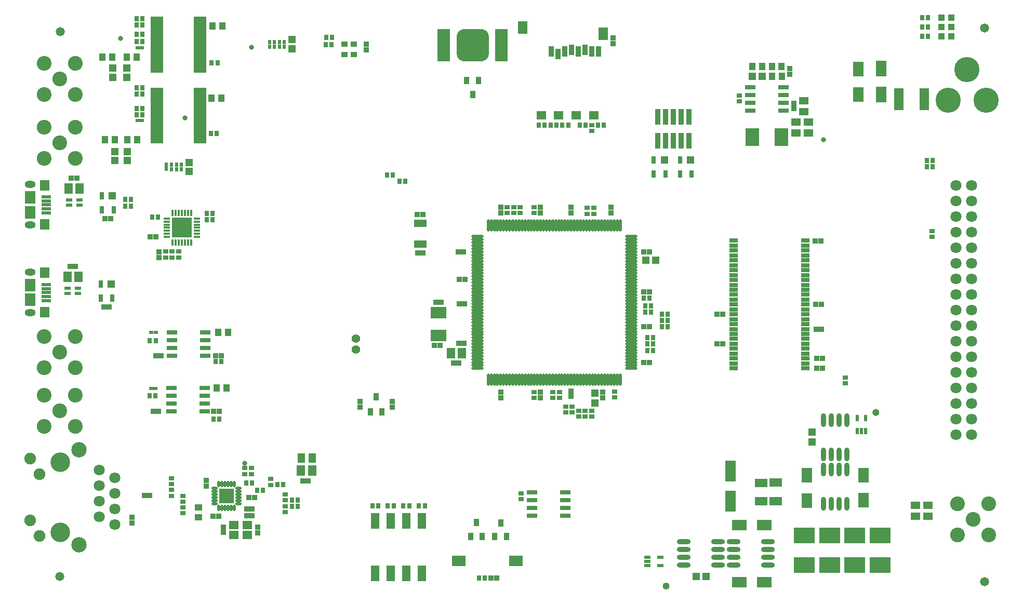
<source format=gts>
G04 Layer_Color=8388736*
%FSLAX25Y25*%
%MOIN*%
G70*
G01*
G75*
%ADD108C,0.02400*%
%ADD109R,0.03084X0.03241*%
%ADD110R,0.03241X0.03241*%
%ADD111R,0.04343X0.04737*%
%ADD112R,0.02572X0.02375*%
%ADD113R,0.04540X0.04540*%
%ADD114R,0.02375X0.02572*%
%ADD115R,0.04737X0.04737*%
%ADD116R,0.04147X0.03359*%
%ADD117R,0.03241X0.03241*%
%ADD118R,0.06312X0.04934*%
%ADD119R,0.04737X0.04540*%
%ADD120R,0.04540X0.04737*%
%ADD121R,0.03162X0.04737*%
%ADD122R,0.04737X0.04737*%
%ADD123R,0.06902X0.09461*%
%ADD124R,0.09461X0.06902*%
%ADD125R,0.05328X0.06509*%
%ADD126R,0.06902X0.03162*%
%ADD127R,0.06115X0.02375*%
%ADD128R,0.06902X0.08280*%
%ADD129R,0.06312X0.07099*%
%ADD130R,0.04343X0.02375*%
%ADD131R,0.03950X0.03950*%
%ADD132R,0.03241X0.03084*%
%ADD133O,0.03200X0.08800*%
%ADD134O,0.08800X0.03200*%
%ADD135R,0.13792X0.10446*%
%ADD136R,0.03359X0.04934*%
%ADD137C,0.05524*%
%ADD138C,0.01587*%
%ADD139R,0.07887X0.05328*%
%ADD140R,0.07887X0.20879*%
G04:AMPARAMS|DCode=141|XSize=208.79mil|YSize=208.79mil|CornerRadius=54.2mil|HoleSize=0mil|Usage=FLASHONLY|Rotation=0.000|XOffset=0mil|YOffset=0mil|HoleType=Round|Shape=RoundedRectangle|*
%AMROUNDEDRECTD141*
21,1,0.20879,0.10039,0,0,0.0*
21,1,0.10039,0.20879,0,0,0.0*
1,1,0.10839,0.05020,-0.05020*
1,1,0.10839,-0.05020,-0.05020*
1,1,0.10839,-0.05020,0.05020*
1,1,0.10839,0.05020,0.05020*
%
%ADD141ROUNDEDRECTD141*%
%ADD142R,0.04934X0.06312*%
%ADD143R,0.06902X0.09855*%
%ADD144R,0.05918X0.14383*%
%ADD145R,0.05524X0.03162*%
%ADD146R,0.03359X0.04737*%
%ADD147R,0.03556X0.06706*%
%ADD148R,0.06312X0.08280*%
%ADD149R,0.05918X0.05524*%
%ADD150R,0.08871X0.11430*%
%ADD151R,0.03792X0.10249*%
%ADD152R,0.09068X0.07099*%
%ADD153R,0.06312X0.05328*%
%ADD154R,0.10249X0.07493*%
%ADD155R,0.04737X0.04343*%
%ADD156R,0.05249X0.10406*%
%ADD157O,0.04147X0.01981*%
%ADD158O,0.01981X0.04147*%
%ADD159R,0.09658X0.09658*%
%ADD160O,0.04147X0.01587*%
%ADD161O,0.01587X0.04147*%
%ADD162R,0.13123X0.13123*%
%ADD163R,0.08280X0.05131*%
%ADD164O,0.07887X0.01981*%
%ADD165O,0.01981X0.07887*%
%ADD166R,0.02375X0.04343*%
%ADD167R,0.07099X0.13202*%
%ADD168R,0.08083X0.02572*%
%ADD169C,0.09461*%
%ADD170C,0.05800*%
%ADD171O,0.07099X0.04343*%
%ADD172C,0.12598*%
%ADD173C,0.09855*%
%ADD174C,0.07493*%
%ADD175C,0.07099*%
%ADD176C,0.16154*%
%ADD177C,0.03162*%
D108*
X1210740Y120700D02*
G03*
X1210740Y120700I-1100J0D01*
G01*
X1345340Y232100D02*
G03*
X1345340Y232100I-1100J0D01*
G01*
D109*
X873600Y440600D02*
D03*
X869899D02*
D03*
X882172Y278300D02*
D03*
X878471D02*
D03*
X882050Y242800D02*
D03*
X878350D02*
D03*
X995250Y472800D02*
D03*
X991550D02*
D03*
X995150Y468100D02*
D03*
X991450D02*
D03*
X969750Y175900D02*
D03*
X973450D02*
D03*
X969750Y171900D02*
D03*
X973450D02*
D03*
X960350Y185700D02*
D03*
X964050D02*
D03*
X947450Y182200D02*
D03*
X951150D02*
D03*
X1169750Y416400D02*
D03*
X1166050D02*
D03*
X1154450D02*
D03*
X1158150D02*
D03*
X1146850D02*
D03*
X1143150D02*
D03*
X1139200D02*
D03*
X1135499D02*
D03*
X1127850D02*
D03*
X1131550D02*
D03*
X1089517Y125721D02*
D03*
X1093217D02*
D03*
X1054850Y172100D02*
D03*
X1051150D02*
D03*
X1044850D02*
D03*
X1041150D02*
D03*
X1034850D02*
D03*
X1031150D02*
D03*
X1025050D02*
D03*
X1021350D02*
D03*
X915050Y359900D02*
D03*
X918750D02*
D03*
X1042250Y380400D02*
D03*
X1038550D02*
D03*
X1030650Y384500D02*
D03*
X1034350D02*
D03*
X1376950Y389900D02*
D03*
X1380650D02*
D03*
X1376950Y394000D02*
D03*
X1380650D02*
D03*
X1374050Y473600D02*
D03*
X1377750D02*
D03*
X1374050Y485600D02*
D03*
X1377750D02*
D03*
X1374050Y479600D02*
D03*
X1377750D02*
D03*
X918750Y355700D02*
D03*
X915050D02*
D03*
X862750Y364500D02*
D03*
X866450D02*
D03*
Y368700D02*
D03*
X862750D02*
D03*
X1207050Y287100D02*
D03*
X1210750D02*
D03*
X1207050Y291200D02*
D03*
X1210750D02*
D03*
X1207050Y295300D02*
D03*
X1210750D02*
D03*
X1197750Y272000D02*
D03*
X1201450D02*
D03*
X1196450Y296400D02*
D03*
X1200150D02*
D03*
X1197750Y276100D02*
D03*
X1201450D02*
D03*
X1196450Y300500D02*
D03*
X1200150D02*
D03*
X1197750Y280200D02*
D03*
X1201450D02*
D03*
X1195350Y305500D02*
D03*
X1199050D02*
D03*
X879950Y357400D02*
D03*
X883650D02*
D03*
X944150Y186900D02*
D03*
X940450D02*
D03*
X921850Y456600D02*
D03*
X918150D02*
D03*
X869950Y470100D02*
D03*
X873650D02*
D03*
X869950Y475000D02*
D03*
X873650D02*
D03*
X873601Y480900D02*
D03*
X869900D02*
D03*
X873650Y484834D02*
D03*
X869950D02*
D03*
X921450Y411100D02*
D03*
X917750D02*
D03*
X869999Y423100D02*
D03*
X873700D02*
D03*
X870000Y427100D02*
D03*
X873701D02*
D03*
X873700Y436500D02*
D03*
X869999D02*
D03*
X919450Y227900D02*
D03*
X923150D02*
D03*
X920650Y264800D02*
D03*
X924350D02*
D03*
D110*
X1017400Y464857D02*
D03*
Y468400D02*
D03*
X1129000Y363772D02*
D03*
Y360228D02*
D03*
X1148700Y363772D02*
D03*
Y360228D02*
D03*
X1174300Y363772D02*
D03*
Y360228D02*
D03*
X1103500Y241528D02*
D03*
Y245072D02*
D03*
X1129042Y241587D02*
D03*
Y245130D02*
D03*
X1169100Y241628D02*
D03*
Y245172D02*
D03*
X1148700Y242428D02*
D03*
Y245972D02*
D03*
X925700Y158572D02*
D03*
Y155028D02*
D03*
X947600Y154928D02*
D03*
Y158472D02*
D03*
X914500Y188543D02*
D03*
Y185000D02*
D03*
X1175700Y468928D02*
D03*
Y472472D02*
D03*
X1291500Y430572D02*
D03*
Y427028D02*
D03*
X1013400Y239172D02*
D03*
Y235628D02*
D03*
X1034000Y239072D02*
D03*
Y235528D02*
D03*
X866900Y161228D02*
D03*
Y164772D02*
D03*
X884400Y331628D02*
D03*
Y335172D02*
D03*
X1289000Y449200D02*
D03*
Y452743D02*
D03*
X1103600Y363800D02*
D03*
Y360257D02*
D03*
D111*
X928607Y283500D02*
D03*
X922308D02*
D03*
X927499Y247700D02*
D03*
X921200D02*
D03*
X855850Y407100D02*
D03*
X849550D02*
D03*
X870350D02*
D03*
X864050D02*
D03*
X854350Y460200D02*
D03*
X848050D02*
D03*
X869950Y460100D02*
D03*
X863650D02*
D03*
X1283850Y447800D02*
D03*
X1277550D02*
D03*
X1277500Y454300D02*
D03*
X1283799D02*
D03*
X1271250D02*
D03*
X1264950D02*
D03*
X918764Y480104D02*
D03*
X925063D02*
D03*
X918050Y434000D02*
D03*
X924350D02*
D03*
D112*
X882172Y283500D02*
D03*
X879416D02*
D03*
X882056Y247400D02*
D03*
X879300D02*
D03*
X873278Y419400D02*
D03*
X870522D02*
D03*
X873278Y466300D02*
D03*
X870522D02*
D03*
D113*
X864050Y399653D02*
D03*
Y393747D02*
D03*
X855850Y399653D02*
D03*
Y393747D02*
D03*
X863500Y453153D02*
D03*
Y447247D02*
D03*
X854600Y453153D02*
D03*
Y447247D02*
D03*
D114*
X955200Y469678D02*
D03*
Y466922D02*
D03*
X958400Y469678D02*
D03*
Y466922D02*
D03*
X961500Y469678D02*
D03*
Y466922D02*
D03*
X964700Y469678D02*
D03*
Y466922D02*
D03*
X888900Y391100D02*
D03*
Y388344D02*
D03*
X892200Y391078D02*
D03*
Y388322D02*
D03*
X895500Y391078D02*
D03*
Y388322D02*
D03*
X898800Y391078D02*
D03*
Y388322D02*
D03*
D115*
X969500Y465447D02*
D03*
Y471353D02*
D03*
X903600Y386747D02*
D03*
Y392653D02*
D03*
D116*
X1009302Y461904D02*
D03*
Y468400D02*
D03*
X1003200D02*
D03*
Y461904D02*
D03*
D117*
X1198972Y335200D02*
D03*
X1195428D02*
D03*
X1198972Y264300D02*
D03*
X1195428D02*
D03*
X1198972Y287300D02*
D03*
X1195428D02*
D03*
X1073257Y263900D02*
D03*
X1076800D02*
D03*
X1242428Y276200D02*
D03*
X1245972D02*
D03*
X1310029Y260400D02*
D03*
X1306486D02*
D03*
X1310029Y266800D02*
D03*
X1306486D02*
D03*
X1309472Y285600D02*
D03*
X1305928D02*
D03*
X1309329Y301400D02*
D03*
X1305786D02*
D03*
X1308972Y342300D02*
D03*
X1305428D02*
D03*
X1242314Y295100D02*
D03*
X1245857D02*
D03*
X878372Y178700D02*
D03*
X874828D02*
D03*
X944072Y166000D02*
D03*
X940528D02*
D03*
X944072Y170300D02*
D03*
X940528D02*
D03*
X945572Y177400D02*
D03*
X942028D02*
D03*
X922672Y165500D02*
D03*
X919128D02*
D03*
X980072Y188100D02*
D03*
X976528D02*
D03*
X1097424Y125821D02*
D03*
X1100967D02*
D03*
X831559Y382500D02*
D03*
X828016D02*
D03*
X848928Y299700D02*
D03*
X852472D02*
D03*
X849716Y356400D02*
D03*
X853259D02*
D03*
X1061928Y303000D02*
D03*
X1065472D02*
D03*
X878628Y344800D02*
D03*
X882172D02*
D03*
X1061028Y275100D02*
D03*
X1064572D02*
D03*
X830772Y325800D02*
D03*
X827228D02*
D03*
X1050128Y359100D02*
D03*
X1053672D02*
D03*
X1050228Y334500D02*
D03*
X1053772D02*
D03*
X1076557Y276500D02*
D03*
X1080100D02*
D03*
X1076928Y301700D02*
D03*
X1080472D02*
D03*
X1077028Y317500D02*
D03*
X1080572D02*
D03*
X1076228Y335100D02*
D03*
X1079772D02*
D03*
X1198972Y309600D02*
D03*
X1195428D02*
D03*
X922872Y232800D02*
D03*
X919328D02*
D03*
X880557D02*
D03*
X884100D02*
D03*
X924272Y268600D02*
D03*
X920728D02*
D03*
X882157D02*
D03*
X885700D02*
D03*
D118*
X1298100Y425100D02*
D03*
Y432187D02*
D03*
X1293000Y418600D02*
D03*
Y411513D02*
D03*
X1301000Y418600D02*
D03*
Y411513D02*
D03*
X1377600Y165413D02*
D03*
Y172500D02*
D03*
X1369600Y165413D02*
D03*
Y172500D02*
D03*
D119*
X1163900Y244500D02*
D03*
Y238201D02*
D03*
X1303400Y213150D02*
D03*
Y219450D02*
D03*
D120*
X1271350Y447800D02*
D03*
X1265050D02*
D03*
X1235273Y126721D02*
D03*
X1228974D02*
D03*
X1196550Y329900D02*
D03*
X1202850D02*
D03*
D121*
X1218560Y385072D02*
D03*
Y394128D02*
D03*
X1226040Y385072D02*
D03*
X1201810D02*
D03*
Y394128D02*
D03*
X1209291Y385072D02*
D03*
X847747Y362172D02*
D03*
Y371228D02*
D03*
X855227Y362172D02*
D03*
X846960Y305472D02*
D03*
Y314528D02*
D03*
X854440Y305472D02*
D03*
D122*
X1225253Y394128D02*
D03*
X1208503D02*
D03*
X854440Y371228D02*
D03*
X853653Y314528D02*
D03*
D123*
X1336400Y175729D02*
D03*
Y191871D02*
D03*
X1299900Y191800D02*
D03*
Y175658D02*
D03*
X1332900Y452471D02*
D03*
Y436329D02*
D03*
D124*
X1272795Y123221D02*
D03*
X1256653D02*
D03*
X1256553Y159721D02*
D03*
X1272694D02*
D03*
D125*
X826344Y375800D02*
D03*
X833431D02*
D03*
X825557Y319100D02*
D03*
X832643D02*
D03*
X1071513Y270200D02*
D03*
X1078600D02*
D03*
X982543Y194700D02*
D03*
X975457D02*
D03*
D126*
X1123670Y180800D02*
D03*
Y175800D02*
D03*
Y170800D02*
D03*
Y165800D02*
D03*
X1144930Y180800D02*
D03*
Y175800D02*
D03*
Y170800D02*
D03*
Y165800D02*
D03*
X1285030Y426000D02*
D03*
Y431000D02*
D03*
Y436000D02*
D03*
Y441000D02*
D03*
X1263770Y426000D02*
D03*
Y431000D02*
D03*
Y436000D02*
D03*
Y441000D02*
D03*
X913560Y232800D02*
D03*
Y237800D02*
D03*
Y242800D02*
D03*
Y247800D02*
D03*
X892300Y232800D02*
D03*
Y237800D02*
D03*
Y242800D02*
D03*
Y247800D02*
D03*
X914030Y268500D02*
D03*
Y273500D02*
D03*
Y278500D02*
D03*
Y283500D02*
D03*
X892770Y268500D02*
D03*
Y273500D02*
D03*
Y278500D02*
D03*
Y283500D02*
D03*
D127*
X812031Y365376D02*
D03*
Y367935D02*
D03*
Y370495D02*
D03*
Y362817D02*
D03*
Y360258D02*
D03*
Y309092D02*
D03*
Y311651D02*
D03*
Y314210D02*
D03*
Y306533D02*
D03*
Y303974D02*
D03*
D128*
X801500Y370101D02*
D03*
Y360652D02*
D03*
Y313817D02*
D03*
Y304368D02*
D03*
D129*
X811146Y352778D02*
D03*
Y377975D02*
D03*
Y296494D02*
D03*
Y321691D02*
D03*
D130*
X833234Y365225D02*
D03*
Y368375D02*
D03*
X826541D02*
D03*
Y365225D02*
D03*
X1197766Y139059D02*
D03*
Y136500D02*
D03*
Y133941D02*
D03*
X1206034D02*
D03*
Y139059D02*
D03*
X832446Y308525D02*
D03*
Y311675D02*
D03*
X825753D02*
D03*
Y308525D02*
D03*
D131*
X1386401Y485600D02*
D03*
X1392700D02*
D03*
X1386400Y479600D02*
D03*
X1392699D02*
D03*
X1386400Y473600D02*
D03*
X1392699D02*
D03*
D132*
X892300Y186150D02*
D03*
Y189850D02*
D03*
X899800Y171150D02*
D03*
Y167450D02*
D03*
Y174900D02*
D03*
Y178601D02*
D03*
X939400Y196350D02*
D03*
Y192650D02*
D03*
X965400Y168250D02*
D03*
Y171950D02*
D03*
Y179550D02*
D03*
Y175850D02*
D03*
X956100Y189350D02*
D03*
Y185650D02*
D03*
X1162100Y412800D02*
D03*
Y416501D02*
D03*
X1107800Y363850D02*
D03*
Y360150D02*
D03*
X897000Y335350D02*
D03*
Y331650D02*
D03*
X888600D02*
D03*
Y335350D02*
D03*
X892800D02*
D03*
Y331650D02*
D03*
X1256600Y435450D02*
D03*
Y431750D02*
D03*
X1163300Y359650D02*
D03*
Y363350D02*
D03*
X1159100Y359650D02*
D03*
Y363350D02*
D03*
X1137000Y245250D02*
D03*
Y241550D02*
D03*
X1141200Y245250D02*
D03*
Y241550D02*
D03*
X1124900Y245250D02*
D03*
Y241550D02*
D03*
X1145200Y235950D02*
D03*
Y232250D02*
D03*
X1149300Y235950D02*
D03*
Y232250D02*
D03*
X1153700Y233150D02*
D03*
Y229450D02*
D03*
X1157800Y233150D02*
D03*
Y229450D02*
D03*
X1161900Y233150D02*
D03*
Y229450D02*
D03*
X1176700Y245550D02*
D03*
Y241850D02*
D03*
X1124900Y360150D02*
D03*
Y363850D02*
D03*
X1111900Y360150D02*
D03*
Y363850D02*
D03*
X1116000Y360150D02*
D03*
Y363850D02*
D03*
X1380300Y348450D02*
D03*
Y344750D02*
D03*
X1324700Y250899D02*
D03*
Y254600D02*
D03*
X1116700Y180050D02*
D03*
Y176350D02*
D03*
X943500Y192650D02*
D03*
Y196350D02*
D03*
X892300Y182350D02*
D03*
Y178650D02*
D03*
D133*
X1325700Y227100D02*
D03*
X1310700Y205100D02*
D03*
X1325700D02*
D03*
X1310700Y227100D02*
D03*
X1315700D02*
D03*
X1320700D02*
D03*
X1315700Y205100D02*
D03*
X1320700D02*
D03*
X1325700Y195500D02*
D03*
X1310700Y173500D02*
D03*
X1325700D02*
D03*
X1310700Y195500D02*
D03*
X1315700D02*
D03*
X1320700D02*
D03*
X1315700Y173500D02*
D03*
X1320700D02*
D03*
D134*
X1252924Y149021D02*
D03*
X1274924Y134021D02*
D03*
Y149021D02*
D03*
X1252924Y134021D02*
D03*
Y139021D02*
D03*
Y144021D02*
D03*
X1274924Y139021D02*
D03*
Y144021D02*
D03*
X1221100Y149021D02*
D03*
X1243100Y134021D02*
D03*
Y149021D02*
D03*
X1221100Y134021D02*
D03*
Y139021D02*
D03*
Y144021D02*
D03*
X1243100Y139021D02*
D03*
Y144021D02*
D03*
D135*
X1314600Y134151D02*
D03*
Y153049D02*
D03*
X1330800Y134251D02*
D03*
Y153149D02*
D03*
X1347100Y134251D02*
D03*
Y153149D02*
D03*
X1298300Y134151D02*
D03*
Y153049D02*
D03*
D136*
X1085500Y436272D02*
D03*
X1081760Y445328D02*
D03*
X1089240D02*
D03*
X1023700Y242024D02*
D03*
X1027440Y232576D02*
D03*
X1019960D02*
D03*
X1087960Y161555D02*
D03*
X1091700Y152500D02*
D03*
X1084220D02*
D03*
D137*
X1010600Y279500D02*
D03*
X1010700Y272500D02*
D03*
D138*
X1208400Y120700D02*
D03*
X1210860D02*
D03*
X1343000Y232100D02*
D03*
X1345460D02*
D03*
D139*
X1270500Y175189D02*
D03*
Y187000D02*
D03*
X1280000Y175195D02*
D03*
Y187005D02*
D03*
D140*
X1066996Y468000D02*
D03*
X1104004D02*
D03*
D141*
X1085500D02*
D03*
D142*
X975657Y203000D02*
D03*
X982743D02*
D03*
D143*
X1347500Y436035D02*
D03*
Y452965D02*
D03*
D144*
X1359029Y433100D02*
D03*
X1375171D02*
D03*
D145*
X1252826Y260455D02*
D03*
Y263605D02*
D03*
Y266754D02*
D03*
Y269904D02*
D03*
Y273054D02*
D03*
Y276203D02*
D03*
Y279353D02*
D03*
Y282502D02*
D03*
Y285652D02*
D03*
Y288802D02*
D03*
Y291951D02*
D03*
Y295101D02*
D03*
Y298250D02*
D03*
Y301400D02*
D03*
Y304550D02*
D03*
Y307699D02*
D03*
Y310849D02*
D03*
Y313998D02*
D03*
Y317148D02*
D03*
Y320298D02*
D03*
Y323447D02*
D03*
Y326597D02*
D03*
Y329747D02*
D03*
Y332896D02*
D03*
Y336046D02*
D03*
Y339195D02*
D03*
Y342345D02*
D03*
X1298889D02*
D03*
Y339195D02*
D03*
Y336046D02*
D03*
Y332896D02*
D03*
Y329747D02*
D03*
Y326597D02*
D03*
Y323447D02*
D03*
Y320298D02*
D03*
Y317148D02*
D03*
Y313998D02*
D03*
Y310849D02*
D03*
Y307699D02*
D03*
Y304550D02*
D03*
Y301400D02*
D03*
Y298250D02*
D03*
Y295101D02*
D03*
Y291951D02*
D03*
Y288802D02*
D03*
Y285652D02*
D03*
Y282502D02*
D03*
Y279353D02*
D03*
Y276203D02*
D03*
Y273054D02*
D03*
Y269904D02*
D03*
Y266754D02*
D03*
Y263605D02*
D03*
Y260455D02*
D03*
D146*
X1103546Y161231D02*
D03*
X1107286Y152569D02*
D03*
X1099806D02*
D03*
D147*
X1136139Y463900D02*
D03*
X1140469Y462325D02*
D03*
X1144800Y463900D02*
D03*
X1149131Y464687D02*
D03*
X1153461Y463900D02*
D03*
X1157792Y464687D02*
D03*
X1162123Y463900D02*
D03*
X1166453D02*
D03*
D148*
X1117713Y479058D02*
D03*
X1169406Y475120D02*
D03*
D149*
X1163186Y422955D02*
D03*
X1151965D02*
D03*
X1129524D02*
D03*
X1140745D02*
D03*
D150*
X1283652Y408700D02*
D03*
X1265148D02*
D03*
D151*
X1224200Y406400D02*
D03*
X1219200D02*
D03*
X1214200D02*
D03*
X1209200D02*
D03*
X1204200D02*
D03*
X1224200Y421754D02*
D03*
X1219200D02*
D03*
X1214200D02*
D03*
X1209200D02*
D03*
X1204200D02*
D03*
D152*
X1113414Y136900D02*
D03*
X1076800D02*
D03*
D153*
X940861Y159900D02*
D03*
X932200D02*
D03*
Y153601D02*
D03*
X940861D02*
D03*
D154*
X1063600Y281517D02*
D03*
Y296084D02*
D03*
D155*
X909500Y171250D02*
D03*
Y164950D02*
D03*
D156*
X1033000Y128771D02*
D03*
X1023000D02*
D03*
X1043000D02*
D03*
X1053000D02*
D03*
Y162629D02*
D03*
X1043000D02*
D03*
X1033000D02*
D03*
X1023000D02*
D03*
D157*
X919946Y173495D02*
D03*
Y175463D02*
D03*
Y177431D02*
D03*
Y179400D02*
D03*
Y181369D02*
D03*
Y183337D02*
D03*
X935300D02*
D03*
Y181369D02*
D03*
Y179400D02*
D03*
Y177431D02*
D03*
Y175463D02*
D03*
Y173495D02*
D03*
D158*
X922702Y186093D02*
D03*
X924670D02*
D03*
X926639D02*
D03*
X928607D02*
D03*
X930576D02*
D03*
X932544D02*
D03*
Y170739D02*
D03*
X930576D02*
D03*
X928607D02*
D03*
X926639D02*
D03*
X924670D02*
D03*
X922702D02*
D03*
D159*
X927623Y178416D02*
D03*
D160*
X889453Y356606D02*
D03*
Y354637D02*
D03*
Y352668D02*
D03*
Y350700D02*
D03*
Y348731D02*
D03*
Y346763D02*
D03*
Y344795D02*
D03*
X908547D02*
D03*
Y346763D02*
D03*
Y348731D02*
D03*
Y350700D02*
D03*
Y352668D02*
D03*
Y354637D02*
D03*
Y356606D02*
D03*
D161*
X893095Y341153D02*
D03*
X895063D02*
D03*
X897031D02*
D03*
X899000D02*
D03*
X900968D02*
D03*
X902937D02*
D03*
X904906D02*
D03*
Y360247D02*
D03*
X902937D02*
D03*
X900968D02*
D03*
X899000D02*
D03*
X897031D02*
D03*
X895063D02*
D03*
X893095D02*
D03*
D162*
X899000Y350700D02*
D03*
D163*
X1052000Y353493D02*
D03*
Y340107D02*
D03*
D164*
X1088491Y313527D02*
D03*
Y311558D02*
D03*
Y305653D02*
D03*
Y307621D02*
D03*
Y309590D02*
D03*
Y315495D02*
D03*
Y345023D02*
D03*
Y343054D02*
D03*
Y341086D02*
D03*
Y339117D02*
D03*
Y337149D02*
D03*
Y335180D02*
D03*
Y333212D02*
D03*
Y331243D02*
D03*
Y329275D02*
D03*
Y327306D02*
D03*
Y325338D02*
D03*
Y323369D02*
D03*
Y321401D02*
D03*
Y319432D02*
D03*
Y317464D02*
D03*
Y303684D02*
D03*
Y301716D02*
D03*
Y299747D02*
D03*
Y297779D02*
D03*
Y295810D02*
D03*
Y293842D02*
D03*
Y291873D02*
D03*
Y289905D02*
D03*
Y287936D02*
D03*
Y285968D02*
D03*
Y283999D02*
D03*
Y282031D02*
D03*
Y280062D02*
D03*
Y278094D02*
D03*
Y276125D02*
D03*
Y274157D02*
D03*
Y272188D02*
D03*
Y270220D02*
D03*
Y268251D02*
D03*
Y266283D02*
D03*
Y264314D02*
D03*
Y262346D02*
D03*
Y260377D02*
D03*
X1187309D02*
D03*
Y262346D02*
D03*
Y264314D02*
D03*
Y266283D02*
D03*
Y268251D02*
D03*
Y270220D02*
D03*
Y272188D02*
D03*
Y274157D02*
D03*
Y276125D02*
D03*
Y278094D02*
D03*
Y280062D02*
D03*
Y282031D02*
D03*
Y283999D02*
D03*
Y285968D02*
D03*
Y287936D02*
D03*
Y289905D02*
D03*
Y291873D02*
D03*
Y293842D02*
D03*
Y295810D02*
D03*
Y297779D02*
D03*
Y299747D02*
D03*
Y301716D02*
D03*
Y303684D02*
D03*
Y305653D02*
D03*
Y307621D02*
D03*
Y309590D02*
D03*
Y311558D02*
D03*
Y313527D02*
D03*
Y315495D02*
D03*
Y317464D02*
D03*
Y319432D02*
D03*
Y321401D02*
D03*
Y323369D02*
D03*
Y325338D02*
D03*
Y327306D02*
D03*
Y329275D02*
D03*
Y331243D02*
D03*
Y333212D02*
D03*
Y335180D02*
D03*
Y337149D02*
D03*
Y339117D02*
D03*
Y341086D02*
D03*
Y343054D02*
D03*
Y345023D02*
D03*
D165*
X1138884Y253291D02*
D03*
X1136916D02*
D03*
X1125105D02*
D03*
X1131010D02*
D03*
X1132979D02*
D03*
X1134947D02*
D03*
X1095577D02*
D03*
X1097546D02*
D03*
X1099514D02*
D03*
X1101483D02*
D03*
X1103451D02*
D03*
X1105420D02*
D03*
X1107388D02*
D03*
X1109357D02*
D03*
X1111325D02*
D03*
X1113294D02*
D03*
X1115262D02*
D03*
X1117231D02*
D03*
X1119199D02*
D03*
X1121168D02*
D03*
X1123136D02*
D03*
X1127073D02*
D03*
X1129042D02*
D03*
X1140853D02*
D03*
X1142821D02*
D03*
X1144790D02*
D03*
X1146758D02*
D03*
X1148727D02*
D03*
X1150695D02*
D03*
X1152664D02*
D03*
X1154632D02*
D03*
X1156601D02*
D03*
X1158569D02*
D03*
X1160538D02*
D03*
X1162506D02*
D03*
X1164475D02*
D03*
X1166443D02*
D03*
X1168412D02*
D03*
X1170380D02*
D03*
X1172349D02*
D03*
X1174317D02*
D03*
X1176286D02*
D03*
X1178254D02*
D03*
X1180223D02*
D03*
Y352110D02*
D03*
X1178254D02*
D03*
X1176286D02*
D03*
X1174317D02*
D03*
X1172349D02*
D03*
X1170380D02*
D03*
X1168412D02*
D03*
X1166443D02*
D03*
X1164475D02*
D03*
X1162506D02*
D03*
X1160538D02*
D03*
X1158569D02*
D03*
X1156601D02*
D03*
X1154632D02*
D03*
X1152664D02*
D03*
X1150695D02*
D03*
X1148727D02*
D03*
X1146758D02*
D03*
X1144790D02*
D03*
X1142821D02*
D03*
X1140853D02*
D03*
X1138884D02*
D03*
X1136916D02*
D03*
X1134947D02*
D03*
X1132979D02*
D03*
X1131010D02*
D03*
X1129042D02*
D03*
X1127073D02*
D03*
X1125105D02*
D03*
X1123136D02*
D03*
X1121168D02*
D03*
X1119199D02*
D03*
X1117231D02*
D03*
X1115262D02*
D03*
X1113294D02*
D03*
X1111325D02*
D03*
X1109357D02*
D03*
X1107388D02*
D03*
X1105420D02*
D03*
X1103451D02*
D03*
X1101483D02*
D03*
X1099514D02*
D03*
X1097546D02*
D03*
X1095577D02*
D03*
D166*
X1332441Y220166D02*
D03*
X1335000D02*
D03*
X1337559D02*
D03*
Y228434D02*
D03*
X1332441D02*
D03*
D167*
X1250900Y175154D02*
D03*
Y194446D02*
D03*
D168*
X883020Y451566D02*
D03*
Y454125D02*
D03*
Y456684D02*
D03*
Y459243D02*
D03*
Y461802D02*
D03*
Y464361D02*
D03*
Y466921D02*
D03*
Y469480D02*
D03*
Y472039D02*
D03*
Y474598D02*
D03*
Y477157D02*
D03*
Y479716D02*
D03*
Y482275D02*
D03*
Y484834D02*
D03*
X910579D02*
D03*
Y482275D02*
D03*
Y479716D02*
D03*
Y477157D02*
D03*
Y474598D02*
D03*
Y472039D02*
D03*
Y469480D02*
D03*
Y466921D02*
D03*
Y464361D02*
D03*
Y461802D02*
D03*
Y459243D02*
D03*
Y456684D02*
D03*
Y454125D02*
D03*
Y451566D02*
D03*
X883020Y406032D02*
D03*
Y408591D02*
D03*
Y411150D02*
D03*
Y413709D02*
D03*
Y416268D02*
D03*
Y418827D02*
D03*
Y421386D02*
D03*
Y423945D02*
D03*
Y426504D02*
D03*
Y429063D02*
D03*
Y431622D02*
D03*
Y434181D02*
D03*
Y436740D02*
D03*
Y439299D02*
D03*
X910579D02*
D03*
Y436740D02*
D03*
Y434181D02*
D03*
Y431622D02*
D03*
Y429063D02*
D03*
Y426504D02*
D03*
Y423945D02*
D03*
Y421386D02*
D03*
Y418827D02*
D03*
Y416268D02*
D03*
Y413709D02*
D03*
Y411150D02*
D03*
Y408591D02*
D03*
Y406032D02*
D03*
D169*
X810600Y260800D02*
D03*
Y280800D02*
D03*
X830600D02*
D03*
Y260800D02*
D03*
X820600Y270800D02*
D03*
X810600Y223100D02*
D03*
Y243100D02*
D03*
X830600D02*
D03*
Y223100D02*
D03*
X820600Y233100D02*
D03*
X810600Y395100D02*
D03*
Y415100D02*
D03*
X830600D02*
D03*
Y395100D02*
D03*
X820600Y405100D02*
D03*
X810600Y436100D02*
D03*
Y456100D02*
D03*
X830600D02*
D03*
Y436100D02*
D03*
X820600Y446100D02*
D03*
X1406700Y163600D02*
D03*
X1396700Y173600D02*
D03*
Y153600D02*
D03*
X1416700D02*
D03*
Y173600D02*
D03*
D170*
X820900Y476600D02*
D03*
X1414046Y478966D02*
D03*
X1413947Y123466D02*
D03*
X820700Y126800D02*
D03*
D171*
X801500Y352384D02*
D03*
Y378368D02*
D03*
Y296100D02*
D03*
Y322084D02*
D03*
D172*
X821100Y155200D02*
D03*
Y200200D02*
D03*
D173*
X833100Y147200D02*
D03*
Y208200D02*
D03*
D174*
X801800Y162800D02*
D03*
X807800Y152800D02*
D03*
Y192600D02*
D03*
X801800Y202600D02*
D03*
D175*
X856100Y160200D02*
D03*
X846100Y165200D02*
D03*
X856100Y170200D02*
D03*
X846100Y175200D02*
D03*
X856100Y180200D02*
D03*
Y190200D02*
D03*
X846100Y195200D02*
D03*
Y185200D02*
D03*
X1405600Y367700D02*
D03*
X1395600D02*
D03*
X1405600Y377700D02*
D03*
X1395600D02*
D03*
X1405600Y317700D02*
D03*
X1395600D02*
D03*
X1405600Y327700D02*
D03*
X1395600D02*
D03*
Y337700D02*
D03*
X1405600D02*
D03*
X1395600Y347700D02*
D03*
X1405600D02*
D03*
X1395600Y357700D02*
D03*
X1405600D02*
D03*
Y267700D02*
D03*
X1395600D02*
D03*
X1405600Y277700D02*
D03*
X1395600D02*
D03*
Y287700D02*
D03*
X1405600D02*
D03*
X1395600Y297700D02*
D03*
X1405600D02*
D03*
X1395600Y307700D02*
D03*
X1405600D02*
D03*
Y217700D02*
D03*
X1395600D02*
D03*
X1405600Y227700D02*
D03*
X1395600D02*
D03*
Y237700D02*
D03*
X1405600D02*
D03*
X1395600Y247700D02*
D03*
X1405600D02*
D03*
X1395600Y257700D02*
D03*
X1405600D02*
D03*
D176*
X1390500Y432600D02*
D03*
X1402705Y452285D02*
D03*
X1414909Y432600D02*
D03*
D177*
X859600Y472100D02*
D03*
X939400Y199400D02*
D03*
X894669Y355031D02*
D03*
X899000D02*
D03*
X903331D02*
D03*
X894669Y350700D02*
D03*
X899000D02*
D03*
X903331D02*
D03*
X894669Y346369D02*
D03*
X899000D02*
D03*
X903331D02*
D03*
X900900Y421200D02*
D03*
X943500Y466600D02*
D03*
X1310500Y407300D02*
D03*
M02*

</source>
